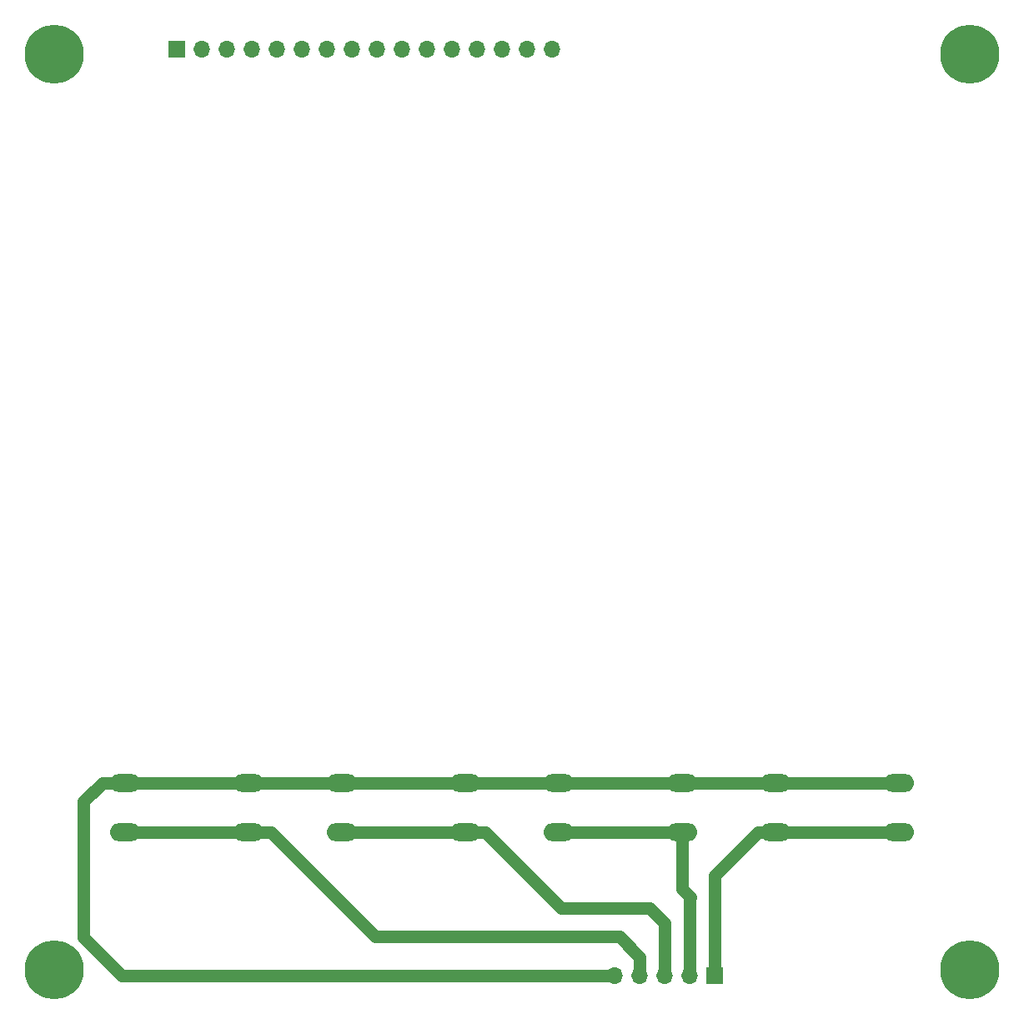
<source format=gbr>
%TF.GenerationSoftware,KiCad,Pcbnew,(6.0.8)*%
%TF.CreationDate,2023-03-03T00:49:48+05:30*%
%TF.ProjectId,STM32DryerPCB,53544d33-3244-4727-9965-725043422e6b,rev?*%
%TF.SameCoordinates,Original*%
%TF.FileFunction,Copper,L2,Bot*%
%TF.FilePolarity,Positive*%
%FSLAX46Y46*%
G04 Gerber Fmt 4.6, Leading zero omitted, Abs format (unit mm)*
G04 Created by KiCad (PCBNEW (6.0.8)) date 2023-03-03 00:49:48*
%MOMM*%
%LPD*%
G01*
G04 APERTURE LIST*
%TA.AperFunction,ComponentPad*%
%ADD10C,6.000000*%
%TD*%
%TA.AperFunction,ComponentPad*%
%ADD11O,3.048000X1.850000*%
%TD*%
%TA.AperFunction,ComponentPad*%
%ADD12R,1.700000X1.700000*%
%TD*%
%TA.AperFunction,ComponentPad*%
%ADD13O,1.700000X1.700000*%
%TD*%
%TA.AperFunction,Conductor*%
%ADD14C,1.250000*%
%TD*%
G04 APERTURE END LIST*
D10*
%TO.P,H601,1*%
%TO.N,N/C*%
X-188400000Y-26000000D03*
%TD*%
D11*
%TO.P,SW602,1,1*%
%TO.N,+5V*%
X-124640000Y-100000000D03*
X-137140000Y-100000000D03*
%TO.P,SW602,2,2*%
%TO.N,HIGH_KEY_SW_IN*%
X-137140000Y-105000000D03*
X-124640000Y-105000000D03*
%TD*%
D12*
%TO.P,J603,1,Pin_1*%
%TO.N,MID_KEY_SW_IN*%
X-121300000Y-119600000D03*
D13*
%TO.P,J603,2,Pin_2*%
%TO.N,HIGH_KEY_SW_IN*%
X-123840000Y-119600000D03*
%TO.P,J603,3,Pin_3*%
%TO.N,LOW_KEY_SW_IN*%
X-126380000Y-119600000D03*
%TO.P,J603,4,Pin_4*%
%TO.N,FN_KEY_SW_IN*%
X-128920000Y-119600000D03*
%TO.P,J603,5,Pin_5*%
%TO.N,+5V*%
X-131460000Y-119600000D03*
%TD*%
D10*
%TO.P,H602,1*%
%TO.N,N/C*%
X-95400000Y-26000000D03*
%TD*%
%TO.P,H604,1*%
%TO.N,N/C*%
X-95400000Y-119000000D03*
%TD*%
D11*
%TO.P,SW604,1,1*%
%TO.N,+5V*%
X-168640000Y-100000000D03*
X-181140000Y-100000000D03*
%TO.P,SW604,2,2*%
%TO.N,FN_KEY_SW_IN*%
X-168640000Y-105000000D03*
X-181140000Y-105000000D03*
%TD*%
%TO.P,SW601,1,1*%
%TO.N,+5V*%
X-102640000Y-100000000D03*
X-115140000Y-100000000D03*
%TO.P,SW601,2,2*%
%TO.N,MID_KEY_SW_IN*%
X-115140000Y-105000000D03*
X-102640000Y-105000000D03*
%TD*%
%TO.P,SW603,1,1*%
%TO.N,+5V*%
X-146640000Y-100000000D03*
X-159140000Y-100000000D03*
%TO.P,SW603,2,2*%
%TO.N,LOW_KEY_SW_IN*%
X-146640000Y-105000000D03*
X-159140000Y-105000000D03*
%TD*%
D12*
%TO.P,J602,1,Pin_1*%
%TO.N,GND*%
X-175900000Y-25500000D03*
D13*
%TO.P,J602,2,Pin_2*%
%TO.N,+5V*%
X-173360000Y-25500000D03*
%TO.P,J602,3,Pin_3*%
%TO.N,/CONNECTORS/VO*%
X-170820000Y-25500000D03*
%TO.P,J602,4,Pin_4*%
%TO.N,LCD_RS*%
X-168280000Y-25500000D03*
%TO.P,J602,5,Pin_5*%
%TO.N,GND*%
X-165740000Y-25500000D03*
%TO.P,J602,6,Pin_6*%
%TO.N,LCD_EN*%
X-163200000Y-25500000D03*
%TO.P,J602,7,Pin_7*%
%TO.N,LCD_D0*%
X-160660000Y-25500000D03*
%TO.P,J602,8,Pin_8*%
%TO.N,LCD_D1*%
X-158120000Y-25500000D03*
%TO.P,J602,9,Pin_9*%
%TO.N,LCD_D2*%
X-155580000Y-25500000D03*
%TO.P,J602,10,Pin_10*%
%TO.N,LCD_D3*%
X-153040000Y-25500000D03*
%TO.P,J602,11,Pin_11*%
%TO.N,LCD_D4*%
X-150500000Y-25500000D03*
%TO.P,J602,12,Pin_12*%
%TO.N,LCD_D5*%
X-147960000Y-25500000D03*
%TO.P,J602,13,Pin_13*%
%TO.N,LCD_D6*%
X-145420000Y-25500000D03*
%TO.P,J602,14,Pin_14*%
%TO.N,LCD_D7*%
X-142880000Y-25500000D03*
%TO.P,J602,15,Pin_15*%
%TO.N,+5V*%
X-140340000Y-25500000D03*
%TO.P,J602,16,Pin_16*%
%TO.N,GND*%
X-137800000Y-25500000D03*
%TD*%
D10*
%TO.P,H603,1*%
%TO.N,N/C*%
X-188400000Y-119000000D03*
%TD*%
D14*
%TO.N,HIGH_KEY_SW_IN*%
X-124640000Y-105000000D02*
X-124640000Y-110760000D01*
%TO.N,MID_KEY_SW_IN*%
X-121300000Y-109400000D02*
X-121300000Y-119600000D01*
X-115140000Y-105000000D02*
X-116900000Y-105000000D01*
%TO.N,FN_KEY_SW_IN*%
X-128920000Y-117680000D02*
X-128920000Y-119600000D01*
%TO.N,HIGH_KEY_SW_IN*%
X-124640000Y-110760000D02*
X-123800000Y-111600000D01*
%TO.N,LOW_KEY_SW_IN*%
X-144600000Y-105000000D02*
X-136900000Y-112700000D01*
%TO.N,FN_KEY_SW_IN*%
X-131000000Y-115600000D02*
X-128920000Y-117680000D01*
%TO.N,MID_KEY_SW_IN*%
X-102640000Y-105000000D02*
X-115140000Y-105000000D01*
%TO.N,LOW_KEY_SW_IN*%
X-127900000Y-112700000D02*
X-126380000Y-114220000D01*
%TO.N,HIGH_KEY_SW_IN*%
X-124640000Y-105000000D02*
X-137140000Y-105000000D01*
X-123840000Y-111640000D02*
X-123840000Y-119600000D01*
%TO.N,LOW_KEY_SW_IN*%
X-146640000Y-105000000D02*
X-159140000Y-105000000D01*
%TO.N,HIGH_KEY_SW_IN*%
X-123800000Y-111600000D02*
X-123840000Y-111640000D01*
%TO.N,FN_KEY_SW_IN*%
X-168640000Y-105000000D02*
X-166400000Y-105000000D01*
%TO.N,LOW_KEY_SW_IN*%
X-146640000Y-105000000D02*
X-144600000Y-105000000D01*
%TO.N,MID_KEY_SW_IN*%
X-116900000Y-105000000D02*
X-121300000Y-109400000D01*
%TO.N,FN_KEY_SW_IN*%
X-155800000Y-115600000D02*
X-131000000Y-115600000D01*
%TO.N,LOW_KEY_SW_IN*%
X-136900000Y-112700000D02*
X-127900000Y-112700000D01*
%TO.N,FN_KEY_SW_IN*%
X-166400000Y-105000000D02*
X-155800000Y-115600000D01*
X-168640000Y-105000000D02*
X-181140000Y-105000000D01*
%TO.N,LOW_KEY_SW_IN*%
X-126380000Y-114220000D02*
X-126380000Y-119600000D01*
%TO.N,+5V*%
X-146640000Y-100000000D02*
X-137140000Y-100000000D01*
X-185400000Y-115700000D02*
X-185400000Y-101900000D01*
X-185400000Y-101900000D02*
X-183500000Y-100000000D01*
X-137140000Y-100000000D02*
X-124640000Y-100000000D01*
X-124640000Y-100000000D02*
X-115140000Y-100000000D01*
X-181140000Y-100000000D02*
X-168640000Y-100000000D01*
X-159140000Y-100000000D02*
X-146640000Y-100000000D01*
X-131460000Y-119600000D02*
X-181500000Y-119600000D01*
X-181500000Y-119600000D02*
X-185400000Y-115700000D01*
X-115140000Y-100000000D02*
X-102640000Y-100000000D01*
X-183500000Y-100000000D02*
X-181140000Y-100000000D01*
X-168640000Y-100000000D02*
X-159140000Y-100000000D01*
%TD*%
M02*

</source>
